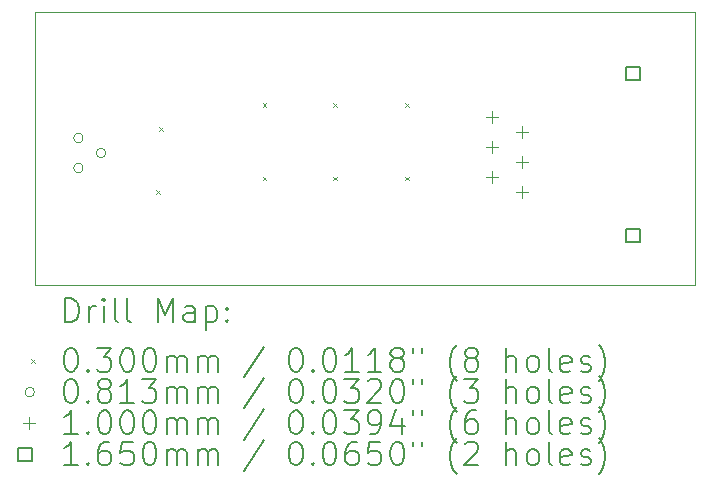
<source format=gbr>
%TF.GenerationSoftware,KiCad,Pcbnew,7.0.6*%
%TF.CreationDate,2023-12-02T16:46:12-07:00*%
%TF.ProjectId,Temperature Senor Board V2 (2),54656d70-6572-4617-9475-72652053656e,rev?*%
%TF.SameCoordinates,Original*%
%TF.FileFunction,Drillmap*%
%TF.FilePolarity,Positive*%
%FSLAX45Y45*%
G04 Gerber Fmt 4.5, Leading zero omitted, Abs format (unit mm)*
G04 Created by KiCad (PCBNEW 7.0.6) date 2023-12-02 16:46:12*
%MOMM*%
%LPD*%
G01*
G04 APERTURE LIST*
%ADD10C,0.050000*%
%ADD11C,0.200000*%
%ADD12C,0.030000*%
%ADD13C,0.081280*%
%ADD14C,0.100000*%
%ADD15C,0.165000*%
G04 APERTURE END LIST*
D10*
X11976100Y-7632700D02*
X17564100Y-7632700D01*
X17564100Y-9944100D01*
X11976100Y-9944100D01*
X11976100Y-7632700D01*
D11*
D12*
X13002500Y-9141700D02*
X13032500Y-9171700D01*
X13032500Y-9141700D02*
X13002500Y-9171700D01*
X13027900Y-8608300D02*
X13057900Y-8638300D01*
X13057900Y-8608300D02*
X13027900Y-8638300D01*
X13904200Y-8405100D02*
X13934200Y-8435100D01*
X13934200Y-8405100D02*
X13904200Y-8435100D01*
X13904200Y-9027400D02*
X13934200Y-9057400D01*
X13934200Y-9027400D02*
X13904200Y-9057400D01*
X14501100Y-8405100D02*
X14531100Y-8435100D01*
X14531100Y-8405100D02*
X14501100Y-8435100D01*
X14501100Y-9027400D02*
X14531100Y-9057400D01*
X14531100Y-9027400D02*
X14501100Y-9057400D01*
X15110700Y-8405100D02*
X15140700Y-8435100D01*
X15140700Y-8405100D02*
X15110700Y-8435100D01*
X15110700Y-9027400D02*
X15140700Y-9057400D01*
X15140700Y-9027400D02*
X15110700Y-9057400D01*
D13*
X12385038Y-8699503D02*
G75*
G03*
X12385038Y-8699503I-40640J0D01*
G01*
X12385038Y-8953503D02*
G75*
G03*
X12385038Y-8953503I-40640J0D01*
G01*
X12575538Y-8826503D02*
G75*
G03*
X12575538Y-8826503I-40640J0D01*
G01*
D14*
X15849600Y-8471200D02*
X15849600Y-8571200D01*
X15799600Y-8521200D02*
X15899600Y-8521200D01*
X15849600Y-8725200D02*
X15849600Y-8825200D01*
X15799600Y-8775200D02*
X15899600Y-8775200D01*
X15849600Y-8979200D02*
X15849600Y-9079200D01*
X15799600Y-9029200D02*
X15899600Y-9029200D01*
X16103600Y-8598200D02*
X16103600Y-8698200D01*
X16053600Y-8648200D02*
X16153600Y-8648200D01*
X16103600Y-8852200D02*
X16103600Y-8952200D01*
X16053600Y-8902200D02*
X16153600Y-8902200D01*
X16103600Y-9106200D02*
X16103600Y-9206200D01*
X16053600Y-9156200D02*
X16153600Y-9156200D01*
D15*
X17101937Y-8211537D02*
X17101937Y-8094863D01*
X16985263Y-8094863D01*
X16985263Y-8211537D01*
X17101937Y-8211537D01*
X17101937Y-9583537D02*
X17101937Y-9466863D01*
X16985263Y-9466863D01*
X16985263Y-9583537D01*
X17101937Y-9583537D01*
D11*
X12234377Y-10258084D02*
X12234377Y-10058084D01*
X12234377Y-10058084D02*
X12281996Y-10058084D01*
X12281996Y-10058084D02*
X12310567Y-10067608D01*
X12310567Y-10067608D02*
X12329615Y-10086655D01*
X12329615Y-10086655D02*
X12339139Y-10105703D01*
X12339139Y-10105703D02*
X12348662Y-10143798D01*
X12348662Y-10143798D02*
X12348662Y-10172370D01*
X12348662Y-10172370D02*
X12339139Y-10210465D01*
X12339139Y-10210465D02*
X12329615Y-10229512D01*
X12329615Y-10229512D02*
X12310567Y-10248560D01*
X12310567Y-10248560D02*
X12281996Y-10258084D01*
X12281996Y-10258084D02*
X12234377Y-10258084D01*
X12434377Y-10258084D02*
X12434377Y-10124750D01*
X12434377Y-10162846D02*
X12443901Y-10143798D01*
X12443901Y-10143798D02*
X12453424Y-10134274D01*
X12453424Y-10134274D02*
X12472472Y-10124750D01*
X12472472Y-10124750D02*
X12491520Y-10124750D01*
X12558186Y-10258084D02*
X12558186Y-10124750D01*
X12558186Y-10058084D02*
X12548662Y-10067608D01*
X12548662Y-10067608D02*
X12558186Y-10077131D01*
X12558186Y-10077131D02*
X12567710Y-10067608D01*
X12567710Y-10067608D02*
X12558186Y-10058084D01*
X12558186Y-10058084D02*
X12558186Y-10077131D01*
X12681996Y-10258084D02*
X12662948Y-10248560D01*
X12662948Y-10248560D02*
X12653424Y-10229512D01*
X12653424Y-10229512D02*
X12653424Y-10058084D01*
X12786758Y-10258084D02*
X12767710Y-10248560D01*
X12767710Y-10248560D02*
X12758186Y-10229512D01*
X12758186Y-10229512D02*
X12758186Y-10058084D01*
X13015329Y-10258084D02*
X13015329Y-10058084D01*
X13015329Y-10058084D02*
X13081996Y-10200941D01*
X13081996Y-10200941D02*
X13148662Y-10058084D01*
X13148662Y-10058084D02*
X13148662Y-10258084D01*
X13329615Y-10258084D02*
X13329615Y-10153322D01*
X13329615Y-10153322D02*
X13320091Y-10134274D01*
X13320091Y-10134274D02*
X13301043Y-10124750D01*
X13301043Y-10124750D02*
X13262948Y-10124750D01*
X13262948Y-10124750D02*
X13243901Y-10134274D01*
X13329615Y-10248560D02*
X13310567Y-10258084D01*
X13310567Y-10258084D02*
X13262948Y-10258084D01*
X13262948Y-10258084D02*
X13243901Y-10248560D01*
X13243901Y-10248560D02*
X13234377Y-10229512D01*
X13234377Y-10229512D02*
X13234377Y-10210465D01*
X13234377Y-10210465D02*
X13243901Y-10191417D01*
X13243901Y-10191417D02*
X13262948Y-10181893D01*
X13262948Y-10181893D02*
X13310567Y-10181893D01*
X13310567Y-10181893D02*
X13329615Y-10172370D01*
X13424853Y-10124750D02*
X13424853Y-10324750D01*
X13424853Y-10134274D02*
X13443901Y-10124750D01*
X13443901Y-10124750D02*
X13481996Y-10124750D01*
X13481996Y-10124750D02*
X13501043Y-10134274D01*
X13501043Y-10134274D02*
X13510567Y-10143798D01*
X13510567Y-10143798D02*
X13520091Y-10162846D01*
X13520091Y-10162846D02*
X13520091Y-10219989D01*
X13520091Y-10219989D02*
X13510567Y-10239036D01*
X13510567Y-10239036D02*
X13501043Y-10248560D01*
X13501043Y-10248560D02*
X13481996Y-10258084D01*
X13481996Y-10258084D02*
X13443901Y-10258084D01*
X13443901Y-10258084D02*
X13424853Y-10248560D01*
X13605805Y-10239036D02*
X13615329Y-10248560D01*
X13615329Y-10248560D02*
X13605805Y-10258084D01*
X13605805Y-10258084D02*
X13596282Y-10248560D01*
X13596282Y-10248560D02*
X13605805Y-10239036D01*
X13605805Y-10239036D02*
X13605805Y-10258084D01*
X13605805Y-10134274D02*
X13615329Y-10143798D01*
X13615329Y-10143798D02*
X13605805Y-10153322D01*
X13605805Y-10153322D02*
X13596282Y-10143798D01*
X13596282Y-10143798D02*
X13605805Y-10134274D01*
X13605805Y-10134274D02*
X13605805Y-10153322D01*
D12*
X11943600Y-10571600D02*
X11973600Y-10601600D01*
X11973600Y-10571600D02*
X11943600Y-10601600D01*
D11*
X12272472Y-10478084D02*
X12291520Y-10478084D01*
X12291520Y-10478084D02*
X12310567Y-10487608D01*
X12310567Y-10487608D02*
X12320091Y-10497131D01*
X12320091Y-10497131D02*
X12329615Y-10516179D01*
X12329615Y-10516179D02*
X12339139Y-10554274D01*
X12339139Y-10554274D02*
X12339139Y-10601893D01*
X12339139Y-10601893D02*
X12329615Y-10639989D01*
X12329615Y-10639989D02*
X12320091Y-10659036D01*
X12320091Y-10659036D02*
X12310567Y-10668560D01*
X12310567Y-10668560D02*
X12291520Y-10678084D01*
X12291520Y-10678084D02*
X12272472Y-10678084D01*
X12272472Y-10678084D02*
X12253424Y-10668560D01*
X12253424Y-10668560D02*
X12243901Y-10659036D01*
X12243901Y-10659036D02*
X12234377Y-10639989D01*
X12234377Y-10639989D02*
X12224853Y-10601893D01*
X12224853Y-10601893D02*
X12224853Y-10554274D01*
X12224853Y-10554274D02*
X12234377Y-10516179D01*
X12234377Y-10516179D02*
X12243901Y-10497131D01*
X12243901Y-10497131D02*
X12253424Y-10487608D01*
X12253424Y-10487608D02*
X12272472Y-10478084D01*
X12424853Y-10659036D02*
X12434377Y-10668560D01*
X12434377Y-10668560D02*
X12424853Y-10678084D01*
X12424853Y-10678084D02*
X12415329Y-10668560D01*
X12415329Y-10668560D02*
X12424853Y-10659036D01*
X12424853Y-10659036D02*
X12424853Y-10678084D01*
X12501043Y-10478084D02*
X12624853Y-10478084D01*
X12624853Y-10478084D02*
X12558186Y-10554274D01*
X12558186Y-10554274D02*
X12586758Y-10554274D01*
X12586758Y-10554274D02*
X12605805Y-10563798D01*
X12605805Y-10563798D02*
X12615329Y-10573322D01*
X12615329Y-10573322D02*
X12624853Y-10592370D01*
X12624853Y-10592370D02*
X12624853Y-10639989D01*
X12624853Y-10639989D02*
X12615329Y-10659036D01*
X12615329Y-10659036D02*
X12605805Y-10668560D01*
X12605805Y-10668560D02*
X12586758Y-10678084D01*
X12586758Y-10678084D02*
X12529615Y-10678084D01*
X12529615Y-10678084D02*
X12510567Y-10668560D01*
X12510567Y-10668560D02*
X12501043Y-10659036D01*
X12748662Y-10478084D02*
X12767710Y-10478084D01*
X12767710Y-10478084D02*
X12786758Y-10487608D01*
X12786758Y-10487608D02*
X12796282Y-10497131D01*
X12796282Y-10497131D02*
X12805805Y-10516179D01*
X12805805Y-10516179D02*
X12815329Y-10554274D01*
X12815329Y-10554274D02*
X12815329Y-10601893D01*
X12815329Y-10601893D02*
X12805805Y-10639989D01*
X12805805Y-10639989D02*
X12796282Y-10659036D01*
X12796282Y-10659036D02*
X12786758Y-10668560D01*
X12786758Y-10668560D02*
X12767710Y-10678084D01*
X12767710Y-10678084D02*
X12748662Y-10678084D01*
X12748662Y-10678084D02*
X12729615Y-10668560D01*
X12729615Y-10668560D02*
X12720091Y-10659036D01*
X12720091Y-10659036D02*
X12710567Y-10639989D01*
X12710567Y-10639989D02*
X12701043Y-10601893D01*
X12701043Y-10601893D02*
X12701043Y-10554274D01*
X12701043Y-10554274D02*
X12710567Y-10516179D01*
X12710567Y-10516179D02*
X12720091Y-10497131D01*
X12720091Y-10497131D02*
X12729615Y-10487608D01*
X12729615Y-10487608D02*
X12748662Y-10478084D01*
X12939139Y-10478084D02*
X12958186Y-10478084D01*
X12958186Y-10478084D02*
X12977234Y-10487608D01*
X12977234Y-10487608D02*
X12986758Y-10497131D01*
X12986758Y-10497131D02*
X12996282Y-10516179D01*
X12996282Y-10516179D02*
X13005805Y-10554274D01*
X13005805Y-10554274D02*
X13005805Y-10601893D01*
X13005805Y-10601893D02*
X12996282Y-10639989D01*
X12996282Y-10639989D02*
X12986758Y-10659036D01*
X12986758Y-10659036D02*
X12977234Y-10668560D01*
X12977234Y-10668560D02*
X12958186Y-10678084D01*
X12958186Y-10678084D02*
X12939139Y-10678084D01*
X12939139Y-10678084D02*
X12920091Y-10668560D01*
X12920091Y-10668560D02*
X12910567Y-10659036D01*
X12910567Y-10659036D02*
X12901043Y-10639989D01*
X12901043Y-10639989D02*
X12891520Y-10601893D01*
X12891520Y-10601893D02*
X12891520Y-10554274D01*
X12891520Y-10554274D02*
X12901043Y-10516179D01*
X12901043Y-10516179D02*
X12910567Y-10497131D01*
X12910567Y-10497131D02*
X12920091Y-10487608D01*
X12920091Y-10487608D02*
X12939139Y-10478084D01*
X13091520Y-10678084D02*
X13091520Y-10544750D01*
X13091520Y-10563798D02*
X13101043Y-10554274D01*
X13101043Y-10554274D02*
X13120091Y-10544750D01*
X13120091Y-10544750D02*
X13148663Y-10544750D01*
X13148663Y-10544750D02*
X13167710Y-10554274D01*
X13167710Y-10554274D02*
X13177234Y-10573322D01*
X13177234Y-10573322D02*
X13177234Y-10678084D01*
X13177234Y-10573322D02*
X13186758Y-10554274D01*
X13186758Y-10554274D02*
X13205805Y-10544750D01*
X13205805Y-10544750D02*
X13234377Y-10544750D01*
X13234377Y-10544750D02*
X13253424Y-10554274D01*
X13253424Y-10554274D02*
X13262948Y-10573322D01*
X13262948Y-10573322D02*
X13262948Y-10678084D01*
X13358186Y-10678084D02*
X13358186Y-10544750D01*
X13358186Y-10563798D02*
X13367710Y-10554274D01*
X13367710Y-10554274D02*
X13386758Y-10544750D01*
X13386758Y-10544750D02*
X13415329Y-10544750D01*
X13415329Y-10544750D02*
X13434377Y-10554274D01*
X13434377Y-10554274D02*
X13443901Y-10573322D01*
X13443901Y-10573322D02*
X13443901Y-10678084D01*
X13443901Y-10573322D02*
X13453424Y-10554274D01*
X13453424Y-10554274D02*
X13472472Y-10544750D01*
X13472472Y-10544750D02*
X13501043Y-10544750D01*
X13501043Y-10544750D02*
X13520091Y-10554274D01*
X13520091Y-10554274D02*
X13529615Y-10573322D01*
X13529615Y-10573322D02*
X13529615Y-10678084D01*
X13920091Y-10468560D02*
X13748663Y-10725703D01*
X14177234Y-10478084D02*
X14196282Y-10478084D01*
X14196282Y-10478084D02*
X14215329Y-10487608D01*
X14215329Y-10487608D02*
X14224853Y-10497131D01*
X14224853Y-10497131D02*
X14234377Y-10516179D01*
X14234377Y-10516179D02*
X14243901Y-10554274D01*
X14243901Y-10554274D02*
X14243901Y-10601893D01*
X14243901Y-10601893D02*
X14234377Y-10639989D01*
X14234377Y-10639989D02*
X14224853Y-10659036D01*
X14224853Y-10659036D02*
X14215329Y-10668560D01*
X14215329Y-10668560D02*
X14196282Y-10678084D01*
X14196282Y-10678084D02*
X14177234Y-10678084D01*
X14177234Y-10678084D02*
X14158186Y-10668560D01*
X14158186Y-10668560D02*
X14148663Y-10659036D01*
X14148663Y-10659036D02*
X14139139Y-10639989D01*
X14139139Y-10639989D02*
X14129615Y-10601893D01*
X14129615Y-10601893D02*
X14129615Y-10554274D01*
X14129615Y-10554274D02*
X14139139Y-10516179D01*
X14139139Y-10516179D02*
X14148663Y-10497131D01*
X14148663Y-10497131D02*
X14158186Y-10487608D01*
X14158186Y-10487608D02*
X14177234Y-10478084D01*
X14329615Y-10659036D02*
X14339139Y-10668560D01*
X14339139Y-10668560D02*
X14329615Y-10678084D01*
X14329615Y-10678084D02*
X14320091Y-10668560D01*
X14320091Y-10668560D02*
X14329615Y-10659036D01*
X14329615Y-10659036D02*
X14329615Y-10678084D01*
X14462948Y-10478084D02*
X14481996Y-10478084D01*
X14481996Y-10478084D02*
X14501044Y-10487608D01*
X14501044Y-10487608D02*
X14510567Y-10497131D01*
X14510567Y-10497131D02*
X14520091Y-10516179D01*
X14520091Y-10516179D02*
X14529615Y-10554274D01*
X14529615Y-10554274D02*
X14529615Y-10601893D01*
X14529615Y-10601893D02*
X14520091Y-10639989D01*
X14520091Y-10639989D02*
X14510567Y-10659036D01*
X14510567Y-10659036D02*
X14501044Y-10668560D01*
X14501044Y-10668560D02*
X14481996Y-10678084D01*
X14481996Y-10678084D02*
X14462948Y-10678084D01*
X14462948Y-10678084D02*
X14443901Y-10668560D01*
X14443901Y-10668560D02*
X14434377Y-10659036D01*
X14434377Y-10659036D02*
X14424853Y-10639989D01*
X14424853Y-10639989D02*
X14415329Y-10601893D01*
X14415329Y-10601893D02*
X14415329Y-10554274D01*
X14415329Y-10554274D02*
X14424853Y-10516179D01*
X14424853Y-10516179D02*
X14434377Y-10497131D01*
X14434377Y-10497131D02*
X14443901Y-10487608D01*
X14443901Y-10487608D02*
X14462948Y-10478084D01*
X14720091Y-10678084D02*
X14605806Y-10678084D01*
X14662948Y-10678084D02*
X14662948Y-10478084D01*
X14662948Y-10478084D02*
X14643901Y-10506655D01*
X14643901Y-10506655D02*
X14624853Y-10525703D01*
X14624853Y-10525703D02*
X14605806Y-10535227D01*
X14910567Y-10678084D02*
X14796282Y-10678084D01*
X14853425Y-10678084D02*
X14853425Y-10478084D01*
X14853425Y-10478084D02*
X14834377Y-10506655D01*
X14834377Y-10506655D02*
X14815329Y-10525703D01*
X14815329Y-10525703D02*
X14796282Y-10535227D01*
X15024853Y-10563798D02*
X15005806Y-10554274D01*
X15005806Y-10554274D02*
X14996282Y-10544750D01*
X14996282Y-10544750D02*
X14986758Y-10525703D01*
X14986758Y-10525703D02*
X14986758Y-10516179D01*
X14986758Y-10516179D02*
X14996282Y-10497131D01*
X14996282Y-10497131D02*
X15005806Y-10487608D01*
X15005806Y-10487608D02*
X15024853Y-10478084D01*
X15024853Y-10478084D02*
X15062948Y-10478084D01*
X15062948Y-10478084D02*
X15081996Y-10487608D01*
X15081996Y-10487608D02*
X15091520Y-10497131D01*
X15091520Y-10497131D02*
X15101044Y-10516179D01*
X15101044Y-10516179D02*
X15101044Y-10525703D01*
X15101044Y-10525703D02*
X15091520Y-10544750D01*
X15091520Y-10544750D02*
X15081996Y-10554274D01*
X15081996Y-10554274D02*
X15062948Y-10563798D01*
X15062948Y-10563798D02*
X15024853Y-10563798D01*
X15024853Y-10563798D02*
X15005806Y-10573322D01*
X15005806Y-10573322D02*
X14996282Y-10582846D01*
X14996282Y-10582846D02*
X14986758Y-10601893D01*
X14986758Y-10601893D02*
X14986758Y-10639989D01*
X14986758Y-10639989D02*
X14996282Y-10659036D01*
X14996282Y-10659036D02*
X15005806Y-10668560D01*
X15005806Y-10668560D02*
X15024853Y-10678084D01*
X15024853Y-10678084D02*
X15062948Y-10678084D01*
X15062948Y-10678084D02*
X15081996Y-10668560D01*
X15081996Y-10668560D02*
X15091520Y-10659036D01*
X15091520Y-10659036D02*
X15101044Y-10639989D01*
X15101044Y-10639989D02*
X15101044Y-10601893D01*
X15101044Y-10601893D02*
X15091520Y-10582846D01*
X15091520Y-10582846D02*
X15081996Y-10573322D01*
X15081996Y-10573322D02*
X15062948Y-10563798D01*
X15177234Y-10478084D02*
X15177234Y-10516179D01*
X15253425Y-10478084D02*
X15253425Y-10516179D01*
X15548663Y-10754274D02*
X15539139Y-10744750D01*
X15539139Y-10744750D02*
X15520091Y-10716179D01*
X15520091Y-10716179D02*
X15510568Y-10697131D01*
X15510568Y-10697131D02*
X15501044Y-10668560D01*
X15501044Y-10668560D02*
X15491520Y-10620941D01*
X15491520Y-10620941D02*
X15491520Y-10582846D01*
X15491520Y-10582846D02*
X15501044Y-10535227D01*
X15501044Y-10535227D02*
X15510568Y-10506655D01*
X15510568Y-10506655D02*
X15520091Y-10487608D01*
X15520091Y-10487608D02*
X15539139Y-10459036D01*
X15539139Y-10459036D02*
X15548663Y-10449512D01*
X15653425Y-10563798D02*
X15634377Y-10554274D01*
X15634377Y-10554274D02*
X15624853Y-10544750D01*
X15624853Y-10544750D02*
X15615329Y-10525703D01*
X15615329Y-10525703D02*
X15615329Y-10516179D01*
X15615329Y-10516179D02*
X15624853Y-10497131D01*
X15624853Y-10497131D02*
X15634377Y-10487608D01*
X15634377Y-10487608D02*
X15653425Y-10478084D01*
X15653425Y-10478084D02*
X15691520Y-10478084D01*
X15691520Y-10478084D02*
X15710568Y-10487608D01*
X15710568Y-10487608D02*
X15720091Y-10497131D01*
X15720091Y-10497131D02*
X15729615Y-10516179D01*
X15729615Y-10516179D02*
X15729615Y-10525703D01*
X15729615Y-10525703D02*
X15720091Y-10544750D01*
X15720091Y-10544750D02*
X15710568Y-10554274D01*
X15710568Y-10554274D02*
X15691520Y-10563798D01*
X15691520Y-10563798D02*
X15653425Y-10563798D01*
X15653425Y-10563798D02*
X15634377Y-10573322D01*
X15634377Y-10573322D02*
X15624853Y-10582846D01*
X15624853Y-10582846D02*
X15615329Y-10601893D01*
X15615329Y-10601893D02*
X15615329Y-10639989D01*
X15615329Y-10639989D02*
X15624853Y-10659036D01*
X15624853Y-10659036D02*
X15634377Y-10668560D01*
X15634377Y-10668560D02*
X15653425Y-10678084D01*
X15653425Y-10678084D02*
X15691520Y-10678084D01*
X15691520Y-10678084D02*
X15710568Y-10668560D01*
X15710568Y-10668560D02*
X15720091Y-10659036D01*
X15720091Y-10659036D02*
X15729615Y-10639989D01*
X15729615Y-10639989D02*
X15729615Y-10601893D01*
X15729615Y-10601893D02*
X15720091Y-10582846D01*
X15720091Y-10582846D02*
X15710568Y-10573322D01*
X15710568Y-10573322D02*
X15691520Y-10563798D01*
X15967710Y-10678084D02*
X15967710Y-10478084D01*
X16053425Y-10678084D02*
X16053425Y-10573322D01*
X16053425Y-10573322D02*
X16043901Y-10554274D01*
X16043901Y-10554274D02*
X16024853Y-10544750D01*
X16024853Y-10544750D02*
X15996282Y-10544750D01*
X15996282Y-10544750D02*
X15977234Y-10554274D01*
X15977234Y-10554274D02*
X15967710Y-10563798D01*
X16177234Y-10678084D02*
X16158187Y-10668560D01*
X16158187Y-10668560D02*
X16148663Y-10659036D01*
X16148663Y-10659036D02*
X16139139Y-10639989D01*
X16139139Y-10639989D02*
X16139139Y-10582846D01*
X16139139Y-10582846D02*
X16148663Y-10563798D01*
X16148663Y-10563798D02*
X16158187Y-10554274D01*
X16158187Y-10554274D02*
X16177234Y-10544750D01*
X16177234Y-10544750D02*
X16205806Y-10544750D01*
X16205806Y-10544750D02*
X16224853Y-10554274D01*
X16224853Y-10554274D02*
X16234377Y-10563798D01*
X16234377Y-10563798D02*
X16243901Y-10582846D01*
X16243901Y-10582846D02*
X16243901Y-10639989D01*
X16243901Y-10639989D02*
X16234377Y-10659036D01*
X16234377Y-10659036D02*
X16224853Y-10668560D01*
X16224853Y-10668560D02*
X16205806Y-10678084D01*
X16205806Y-10678084D02*
X16177234Y-10678084D01*
X16358187Y-10678084D02*
X16339139Y-10668560D01*
X16339139Y-10668560D02*
X16329615Y-10649512D01*
X16329615Y-10649512D02*
X16329615Y-10478084D01*
X16510568Y-10668560D02*
X16491520Y-10678084D01*
X16491520Y-10678084D02*
X16453425Y-10678084D01*
X16453425Y-10678084D02*
X16434377Y-10668560D01*
X16434377Y-10668560D02*
X16424853Y-10649512D01*
X16424853Y-10649512D02*
X16424853Y-10573322D01*
X16424853Y-10573322D02*
X16434377Y-10554274D01*
X16434377Y-10554274D02*
X16453425Y-10544750D01*
X16453425Y-10544750D02*
X16491520Y-10544750D01*
X16491520Y-10544750D02*
X16510568Y-10554274D01*
X16510568Y-10554274D02*
X16520091Y-10573322D01*
X16520091Y-10573322D02*
X16520091Y-10592370D01*
X16520091Y-10592370D02*
X16424853Y-10611417D01*
X16596282Y-10668560D02*
X16615330Y-10678084D01*
X16615330Y-10678084D02*
X16653425Y-10678084D01*
X16653425Y-10678084D02*
X16672472Y-10668560D01*
X16672472Y-10668560D02*
X16681996Y-10649512D01*
X16681996Y-10649512D02*
X16681996Y-10639989D01*
X16681996Y-10639989D02*
X16672472Y-10620941D01*
X16672472Y-10620941D02*
X16653425Y-10611417D01*
X16653425Y-10611417D02*
X16624853Y-10611417D01*
X16624853Y-10611417D02*
X16605806Y-10601893D01*
X16605806Y-10601893D02*
X16596282Y-10582846D01*
X16596282Y-10582846D02*
X16596282Y-10573322D01*
X16596282Y-10573322D02*
X16605806Y-10554274D01*
X16605806Y-10554274D02*
X16624853Y-10544750D01*
X16624853Y-10544750D02*
X16653425Y-10544750D01*
X16653425Y-10544750D02*
X16672472Y-10554274D01*
X16748663Y-10754274D02*
X16758187Y-10744750D01*
X16758187Y-10744750D02*
X16777234Y-10716179D01*
X16777234Y-10716179D02*
X16786758Y-10697131D01*
X16786758Y-10697131D02*
X16796282Y-10668560D01*
X16796282Y-10668560D02*
X16805806Y-10620941D01*
X16805806Y-10620941D02*
X16805806Y-10582846D01*
X16805806Y-10582846D02*
X16796282Y-10535227D01*
X16796282Y-10535227D02*
X16786758Y-10506655D01*
X16786758Y-10506655D02*
X16777234Y-10487608D01*
X16777234Y-10487608D02*
X16758187Y-10459036D01*
X16758187Y-10459036D02*
X16748663Y-10449512D01*
D13*
X11973600Y-10850600D02*
G75*
G03*
X11973600Y-10850600I-40640J0D01*
G01*
D11*
X12272472Y-10742084D02*
X12291520Y-10742084D01*
X12291520Y-10742084D02*
X12310567Y-10751608D01*
X12310567Y-10751608D02*
X12320091Y-10761131D01*
X12320091Y-10761131D02*
X12329615Y-10780179D01*
X12329615Y-10780179D02*
X12339139Y-10818274D01*
X12339139Y-10818274D02*
X12339139Y-10865893D01*
X12339139Y-10865893D02*
X12329615Y-10903989D01*
X12329615Y-10903989D02*
X12320091Y-10923036D01*
X12320091Y-10923036D02*
X12310567Y-10932560D01*
X12310567Y-10932560D02*
X12291520Y-10942084D01*
X12291520Y-10942084D02*
X12272472Y-10942084D01*
X12272472Y-10942084D02*
X12253424Y-10932560D01*
X12253424Y-10932560D02*
X12243901Y-10923036D01*
X12243901Y-10923036D02*
X12234377Y-10903989D01*
X12234377Y-10903989D02*
X12224853Y-10865893D01*
X12224853Y-10865893D02*
X12224853Y-10818274D01*
X12224853Y-10818274D02*
X12234377Y-10780179D01*
X12234377Y-10780179D02*
X12243901Y-10761131D01*
X12243901Y-10761131D02*
X12253424Y-10751608D01*
X12253424Y-10751608D02*
X12272472Y-10742084D01*
X12424853Y-10923036D02*
X12434377Y-10932560D01*
X12434377Y-10932560D02*
X12424853Y-10942084D01*
X12424853Y-10942084D02*
X12415329Y-10932560D01*
X12415329Y-10932560D02*
X12424853Y-10923036D01*
X12424853Y-10923036D02*
X12424853Y-10942084D01*
X12548662Y-10827798D02*
X12529615Y-10818274D01*
X12529615Y-10818274D02*
X12520091Y-10808750D01*
X12520091Y-10808750D02*
X12510567Y-10789703D01*
X12510567Y-10789703D02*
X12510567Y-10780179D01*
X12510567Y-10780179D02*
X12520091Y-10761131D01*
X12520091Y-10761131D02*
X12529615Y-10751608D01*
X12529615Y-10751608D02*
X12548662Y-10742084D01*
X12548662Y-10742084D02*
X12586758Y-10742084D01*
X12586758Y-10742084D02*
X12605805Y-10751608D01*
X12605805Y-10751608D02*
X12615329Y-10761131D01*
X12615329Y-10761131D02*
X12624853Y-10780179D01*
X12624853Y-10780179D02*
X12624853Y-10789703D01*
X12624853Y-10789703D02*
X12615329Y-10808750D01*
X12615329Y-10808750D02*
X12605805Y-10818274D01*
X12605805Y-10818274D02*
X12586758Y-10827798D01*
X12586758Y-10827798D02*
X12548662Y-10827798D01*
X12548662Y-10827798D02*
X12529615Y-10837322D01*
X12529615Y-10837322D02*
X12520091Y-10846846D01*
X12520091Y-10846846D02*
X12510567Y-10865893D01*
X12510567Y-10865893D02*
X12510567Y-10903989D01*
X12510567Y-10903989D02*
X12520091Y-10923036D01*
X12520091Y-10923036D02*
X12529615Y-10932560D01*
X12529615Y-10932560D02*
X12548662Y-10942084D01*
X12548662Y-10942084D02*
X12586758Y-10942084D01*
X12586758Y-10942084D02*
X12605805Y-10932560D01*
X12605805Y-10932560D02*
X12615329Y-10923036D01*
X12615329Y-10923036D02*
X12624853Y-10903989D01*
X12624853Y-10903989D02*
X12624853Y-10865893D01*
X12624853Y-10865893D02*
X12615329Y-10846846D01*
X12615329Y-10846846D02*
X12605805Y-10837322D01*
X12605805Y-10837322D02*
X12586758Y-10827798D01*
X12815329Y-10942084D02*
X12701043Y-10942084D01*
X12758186Y-10942084D02*
X12758186Y-10742084D01*
X12758186Y-10742084D02*
X12739139Y-10770655D01*
X12739139Y-10770655D02*
X12720091Y-10789703D01*
X12720091Y-10789703D02*
X12701043Y-10799227D01*
X12881996Y-10742084D02*
X13005805Y-10742084D01*
X13005805Y-10742084D02*
X12939139Y-10818274D01*
X12939139Y-10818274D02*
X12967710Y-10818274D01*
X12967710Y-10818274D02*
X12986758Y-10827798D01*
X12986758Y-10827798D02*
X12996282Y-10837322D01*
X12996282Y-10837322D02*
X13005805Y-10856370D01*
X13005805Y-10856370D02*
X13005805Y-10903989D01*
X13005805Y-10903989D02*
X12996282Y-10923036D01*
X12996282Y-10923036D02*
X12986758Y-10932560D01*
X12986758Y-10932560D02*
X12967710Y-10942084D01*
X12967710Y-10942084D02*
X12910567Y-10942084D01*
X12910567Y-10942084D02*
X12891520Y-10932560D01*
X12891520Y-10932560D02*
X12881996Y-10923036D01*
X13091520Y-10942084D02*
X13091520Y-10808750D01*
X13091520Y-10827798D02*
X13101043Y-10818274D01*
X13101043Y-10818274D02*
X13120091Y-10808750D01*
X13120091Y-10808750D02*
X13148663Y-10808750D01*
X13148663Y-10808750D02*
X13167710Y-10818274D01*
X13167710Y-10818274D02*
X13177234Y-10837322D01*
X13177234Y-10837322D02*
X13177234Y-10942084D01*
X13177234Y-10837322D02*
X13186758Y-10818274D01*
X13186758Y-10818274D02*
X13205805Y-10808750D01*
X13205805Y-10808750D02*
X13234377Y-10808750D01*
X13234377Y-10808750D02*
X13253424Y-10818274D01*
X13253424Y-10818274D02*
X13262948Y-10837322D01*
X13262948Y-10837322D02*
X13262948Y-10942084D01*
X13358186Y-10942084D02*
X13358186Y-10808750D01*
X13358186Y-10827798D02*
X13367710Y-10818274D01*
X13367710Y-10818274D02*
X13386758Y-10808750D01*
X13386758Y-10808750D02*
X13415329Y-10808750D01*
X13415329Y-10808750D02*
X13434377Y-10818274D01*
X13434377Y-10818274D02*
X13443901Y-10837322D01*
X13443901Y-10837322D02*
X13443901Y-10942084D01*
X13443901Y-10837322D02*
X13453424Y-10818274D01*
X13453424Y-10818274D02*
X13472472Y-10808750D01*
X13472472Y-10808750D02*
X13501043Y-10808750D01*
X13501043Y-10808750D02*
X13520091Y-10818274D01*
X13520091Y-10818274D02*
X13529615Y-10837322D01*
X13529615Y-10837322D02*
X13529615Y-10942084D01*
X13920091Y-10732560D02*
X13748663Y-10989703D01*
X14177234Y-10742084D02*
X14196282Y-10742084D01*
X14196282Y-10742084D02*
X14215329Y-10751608D01*
X14215329Y-10751608D02*
X14224853Y-10761131D01*
X14224853Y-10761131D02*
X14234377Y-10780179D01*
X14234377Y-10780179D02*
X14243901Y-10818274D01*
X14243901Y-10818274D02*
X14243901Y-10865893D01*
X14243901Y-10865893D02*
X14234377Y-10903989D01*
X14234377Y-10903989D02*
X14224853Y-10923036D01*
X14224853Y-10923036D02*
X14215329Y-10932560D01*
X14215329Y-10932560D02*
X14196282Y-10942084D01*
X14196282Y-10942084D02*
X14177234Y-10942084D01*
X14177234Y-10942084D02*
X14158186Y-10932560D01*
X14158186Y-10932560D02*
X14148663Y-10923036D01*
X14148663Y-10923036D02*
X14139139Y-10903989D01*
X14139139Y-10903989D02*
X14129615Y-10865893D01*
X14129615Y-10865893D02*
X14129615Y-10818274D01*
X14129615Y-10818274D02*
X14139139Y-10780179D01*
X14139139Y-10780179D02*
X14148663Y-10761131D01*
X14148663Y-10761131D02*
X14158186Y-10751608D01*
X14158186Y-10751608D02*
X14177234Y-10742084D01*
X14329615Y-10923036D02*
X14339139Y-10932560D01*
X14339139Y-10932560D02*
X14329615Y-10942084D01*
X14329615Y-10942084D02*
X14320091Y-10932560D01*
X14320091Y-10932560D02*
X14329615Y-10923036D01*
X14329615Y-10923036D02*
X14329615Y-10942084D01*
X14462948Y-10742084D02*
X14481996Y-10742084D01*
X14481996Y-10742084D02*
X14501044Y-10751608D01*
X14501044Y-10751608D02*
X14510567Y-10761131D01*
X14510567Y-10761131D02*
X14520091Y-10780179D01*
X14520091Y-10780179D02*
X14529615Y-10818274D01*
X14529615Y-10818274D02*
X14529615Y-10865893D01*
X14529615Y-10865893D02*
X14520091Y-10903989D01*
X14520091Y-10903989D02*
X14510567Y-10923036D01*
X14510567Y-10923036D02*
X14501044Y-10932560D01*
X14501044Y-10932560D02*
X14481996Y-10942084D01*
X14481996Y-10942084D02*
X14462948Y-10942084D01*
X14462948Y-10942084D02*
X14443901Y-10932560D01*
X14443901Y-10932560D02*
X14434377Y-10923036D01*
X14434377Y-10923036D02*
X14424853Y-10903989D01*
X14424853Y-10903989D02*
X14415329Y-10865893D01*
X14415329Y-10865893D02*
X14415329Y-10818274D01*
X14415329Y-10818274D02*
X14424853Y-10780179D01*
X14424853Y-10780179D02*
X14434377Y-10761131D01*
X14434377Y-10761131D02*
X14443901Y-10751608D01*
X14443901Y-10751608D02*
X14462948Y-10742084D01*
X14596282Y-10742084D02*
X14720091Y-10742084D01*
X14720091Y-10742084D02*
X14653425Y-10818274D01*
X14653425Y-10818274D02*
X14681996Y-10818274D01*
X14681996Y-10818274D02*
X14701044Y-10827798D01*
X14701044Y-10827798D02*
X14710567Y-10837322D01*
X14710567Y-10837322D02*
X14720091Y-10856370D01*
X14720091Y-10856370D02*
X14720091Y-10903989D01*
X14720091Y-10903989D02*
X14710567Y-10923036D01*
X14710567Y-10923036D02*
X14701044Y-10932560D01*
X14701044Y-10932560D02*
X14681996Y-10942084D01*
X14681996Y-10942084D02*
X14624853Y-10942084D01*
X14624853Y-10942084D02*
X14605806Y-10932560D01*
X14605806Y-10932560D02*
X14596282Y-10923036D01*
X14796282Y-10761131D02*
X14805806Y-10751608D01*
X14805806Y-10751608D02*
X14824853Y-10742084D01*
X14824853Y-10742084D02*
X14872472Y-10742084D01*
X14872472Y-10742084D02*
X14891520Y-10751608D01*
X14891520Y-10751608D02*
X14901044Y-10761131D01*
X14901044Y-10761131D02*
X14910567Y-10780179D01*
X14910567Y-10780179D02*
X14910567Y-10799227D01*
X14910567Y-10799227D02*
X14901044Y-10827798D01*
X14901044Y-10827798D02*
X14786758Y-10942084D01*
X14786758Y-10942084D02*
X14910567Y-10942084D01*
X15034377Y-10742084D02*
X15053425Y-10742084D01*
X15053425Y-10742084D02*
X15072472Y-10751608D01*
X15072472Y-10751608D02*
X15081996Y-10761131D01*
X15081996Y-10761131D02*
X15091520Y-10780179D01*
X15091520Y-10780179D02*
X15101044Y-10818274D01*
X15101044Y-10818274D02*
X15101044Y-10865893D01*
X15101044Y-10865893D02*
X15091520Y-10903989D01*
X15091520Y-10903989D02*
X15081996Y-10923036D01*
X15081996Y-10923036D02*
X15072472Y-10932560D01*
X15072472Y-10932560D02*
X15053425Y-10942084D01*
X15053425Y-10942084D02*
X15034377Y-10942084D01*
X15034377Y-10942084D02*
X15015329Y-10932560D01*
X15015329Y-10932560D02*
X15005806Y-10923036D01*
X15005806Y-10923036D02*
X14996282Y-10903989D01*
X14996282Y-10903989D02*
X14986758Y-10865893D01*
X14986758Y-10865893D02*
X14986758Y-10818274D01*
X14986758Y-10818274D02*
X14996282Y-10780179D01*
X14996282Y-10780179D02*
X15005806Y-10761131D01*
X15005806Y-10761131D02*
X15015329Y-10751608D01*
X15015329Y-10751608D02*
X15034377Y-10742084D01*
X15177234Y-10742084D02*
X15177234Y-10780179D01*
X15253425Y-10742084D02*
X15253425Y-10780179D01*
X15548663Y-11018274D02*
X15539139Y-11008750D01*
X15539139Y-11008750D02*
X15520091Y-10980179D01*
X15520091Y-10980179D02*
X15510568Y-10961131D01*
X15510568Y-10961131D02*
X15501044Y-10932560D01*
X15501044Y-10932560D02*
X15491520Y-10884941D01*
X15491520Y-10884941D02*
X15491520Y-10846846D01*
X15491520Y-10846846D02*
X15501044Y-10799227D01*
X15501044Y-10799227D02*
X15510568Y-10770655D01*
X15510568Y-10770655D02*
X15520091Y-10751608D01*
X15520091Y-10751608D02*
X15539139Y-10723036D01*
X15539139Y-10723036D02*
X15548663Y-10713512D01*
X15605806Y-10742084D02*
X15729615Y-10742084D01*
X15729615Y-10742084D02*
X15662948Y-10818274D01*
X15662948Y-10818274D02*
X15691520Y-10818274D01*
X15691520Y-10818274D02*
X15710568Y-10827798D01*
X15710568Y-10827798D02*
X15720091Y-10837322D01*
X15720091Y-10837322D02*
X15729615Y-10856370D01*
X15729615Y-10856370D02*
X15729615Y-10903989D01*
X15729615Y-10903989D02*
X15720091Y-10923036D01*
X15720091Y-10923036D02*
X15710568Y-10932560D01*
X15710568Y-10932560D02*
X15691520Y-10942084D01*
X15691520Y-10942084D02*
X15634377Y-10942084D01*
X15634377Y-10942084D02*
X15615329Y-10932560D01*
X15615329Y-10932560D02*
X15605806Y-10923036D01*
X15967710Y-10942084D02*
X15967710Y-10742084D01*
X16053425Y-10942084D02*
X16053425Y-10837322D01*
X16053425Y-10837322D02*
X16043901Y-10818274D01*
X16043901Y-10818274D02*
X16024853Y-10808750D01*
X16024853Y-10808750D02*
X15996282Y-10808750D01*
X15996282Y-10808750D02*
X15977234Y-10818274D01*
X15977234Y-10818274D02*
X15967710Y-10827798D01*
X16177234Y-10942084D02*
X16158187Y-10932560D01*
X16158187Y-10932560D02*
X16148663Y-10923036D01*
X16148663Y-10923036D02*
X16139139Y-10903989D01*
X16139139Y-10903989D02*
X16139139Y-10846846D01*
X16139139Y-10846846D02*
X16148663Y-10827798D01*
X16148663Y-10827798D02*
X16158187Y-10818274D01*
X16158187Y-10818274D02*
X16177234Y-10808750D01*
X16177234Y-10808750D02*
X16205806Y-10808750D01*
X16205806Y-10808750D02*
X16224853Y-10818274D01*
X16224853Y-10818274D02*
X16234377Y-10827798D01*
X16234377Y-10827798D02*
X16243901Y-10846846D01*
X16243901Y-10846846D02*
X16243901Y-10903989D01*
X16243901Y-10903989D02*
X16234377Y-10923036D01*
X16234377Y-10923036D02*
X16224853Y-10932560D01*
X16224853Y-10932560D02*
X16205806Y-10942084D01*
X16205806Y-10942084D02*
X16177234Y-10942084D01*
X16358187Y-10942084D02*
X16339139Y-10932560D01*
X16339139Y-10932560D02*
X16329615Y-10913512D01*
X16329615Y-10913512D02*
X16329615Y-10742084D01*
X16510568Y-10932560D02*
X16491520Y-10942084D01*
X16491520Y-10942084D02*
X16453425Y-10942084D01*
X16453425Y-10942084D02*
X16434377Y-10932560D01*
X16434377Y-10932560D02*
X16424853Y-10913512D01*
X16424853Y-10913512D02*
X16424853Y-10837322D01*
X16424853Y-10837322D02*
X16434377Y-10818274D01*
X16434377Y-10818274D02*
X16453425Y-10808750D01*
X16453425Y-10808750D02*
X16491520Y-10808750D01*
X16491520Y-10808750D02*
X16510568Y-10818274D01*
X16510568Y-10818274D02*
X16520091Y-10837322D01*
X16520091Y-10837322D02*
X16520091Y-10856370D01*
X16520091Y-10856370D02*
X16424853Y-10875417D01*
X16596282Y-10932560D02*
X16615330Y-10942084D01*
X16615330Y-10942084D02*
X16653425Y-10942084D01*
X16653425Y-10942084D02*
X16672472Y-10932560D01*
X16672472Y-10932560D02*
X16681996Y-10913512D01*
X16681996Y-10913512D02*
X16681996Y-10903989D01*
X16681996Y-10903989D02*
X16672472Y-10884941D01*
X16672472Y-10884941D02*
X16653425Y-10875417D01*
X16653425Y-10875417D02*
X16624853Y-10875417D01*
X16624853Y-10875417D02*
X16605806Y-10865893D01*
X16605806Y-10865893D02*
X16596282Y-10846846D01*
X16596282Y-10846846D02*
X16596282Y-10837322D01*
X16596282Y-10837322D02*
X16605806Y-10818274D01*
X16605806Y-10818274D02*
X16624853Y-10808750D01*
X16624853Y-10808750D02*
X16653425Y-10808750D01*
X16653425Y-10808750D02*
X16672472Y-10818274D01*
X16748663Y-11018274D02*
X16758187Y-11008750D01*
X16758187Y-11008750D02*
X16777234Y-10980179D01*
X16777234Y-10980179D02*
X16786758Y-10961131D01*
X16786758Y-10961131D02*
X16796282Y-10932560D01*
X16796282Y-10932560D02*
X16805806Y-10884941D01*
X16805806Y-10884941D02*
X16805806Y-10846846D01*
X16805806Y-10846846D02*
X16796282Y-10799227D01*
X16796282Y-10799227D02*
X16786758Y-10770655D01*
X16786758Y-10770655D02*
X16777234Y-10751608D01*
X16777234Y-10751608D02*
X16758187Y-10723036D01*
X16758187Y-10723036D02*
X16748663Y-10713512D01*
D14*
X11923600Y-11064600D02*
X11923600Y-11164600D01*
X11873600Y-11114600D02*
X11973600Y-11114600D01*
D11*
X12339139Y-11206084D02*
X12224853Y-11206084D01*
X12281996Y-11206084D02*
X12281996Y-11006084D01*
X12281996Y-11006084D02*
X12262948Y-11034655D01*
X12262948Y-11034655D02*
X12243901Y-11053703D01*
X12243901Y-11053703D02*
X12224853Y-11063227D01*
X12424853Y-11187036D02*
X12434377Y-11196560D01*
X12434377Y-11196560D02*
X12424853Y-11206084D01*
X12424853Y-11206084D02*
X12415329Y-11196560D01*
X12415329Y-11196560D02*
X12424853Y-11187036D01*
X12424853Y-11187036D02*
X12424853Y-11206084D01*
X12558186Y-11006084D02*
X12577234Y-11006084D01*
X12577234Y-11006084D02*
X12596282Y-11015608D01*
X12596282Y-11015608D02*
X12605805Y-11025131D01*
X12605805Y-11025131D02*
X12615329Y-11044179D01*
X12615329Y-11044179D02*
X12624853Y-11082274D01*
X12624853Y-11082274D02*
X12624853Y-11129893D01*
X12624853Y-11129893D02*
X12615329Y-11167989D01*
X12615329Y-11167989D02*
X12605805Y-11187036D01*
X12605805Y-11187036D02*
X12596282Y-11196560D01*
X12596282Y-11196560D02*
X12577234Y-11206084D01*
X12577234Y-11206084D02*
X12558186Y-11206084D01*
X12558186Y-11206084D02*
X12539139Y-11196560D01*
X12539139Y-11196560D02*
X12529615Y-11187036D01*
X12529615Y-11187036D02*
X12520091Y-11167989D01*
X12520091Y-11167989D02*
X12510567Y-11129893D01*
X12510567Y-11129893D02*
X12510567Y-11082274D01*
X12510567Y-11082274D02*
X12520091Y-11044179D01*
X12520091Y-11044179D02*
X12529615Y-11025131D01*
X12529615Y-11025131D02*
X12539139Y-11015608D01*
X12539139Y-11015608D02*
X12558186Y-11006084D01*
X12748662Y-11006084D02*
X12767710Y-11006084D01*
X12767710Y-11006084D02*
X12786758Y-11015608D01*
X12786758Y-11015608D02*
X12796282Y-11025131D01*
X12796282Y-11025131D02*
X12805805Y-11044179D01*
X12805805Y-11044179D02*
X12815329Y-11082274D01*
X12815329Y-11082274D02*
X12815329Y-11129893D01*
X12815329Y-11129893D02*
X12805805Y-11167989D01*
X12805805Y-11167989D02*
X12796282Y-11187036D01*
X12796282Y-11187036D02*
X12786758Y-11196560D01*
X12786758Y-11196560D02*
X12767710Y-11206084D01*
X12767710Y-11206084D02*
X12748662Y-11206084D01*
X12748662Y-11206084D02*
X12729615Y-11196560D01*
X12729615Y-11196560D02*
X12720091Y-11187036D01*
X12720091Y-11187036D02*
X12710567Y-11167989D01*
X12710567Y-11167989D02*
X12701043Y-11129893D01*
X12701043Y-11129893D02*
X12701043Y-11082274D01*
X12701043Y-11082274D02*
X12710567Y-11044179D01*
X12710567Y-11044179D02*
X12720091Y-11025131D01*
X12720091Y-11025131D02*
X12729615Y-11015608D01*
X12729615Y-11015608D02*
X12748662Y-11006084D01*
X12939139Y-11006084D02*
X12958186Y-11006084D01*
X12958186Y-11006084D02*
X12977234Y-11015608D01*
X12977234Y-11015608D02*
X12986758Y-11025131D01*
X12986758Y-11025131D02*
X12996282Y-11044179D01*
X12996282Y-11044179D02*
X13005805Y-11082274D01*
X13005805Y-11082274D02*
X13005805Y-11129893D01*
X13005805Y-11129893D02*
X12996282Y-11167989D01*
X12996282Y-11167989D02*
X12986758Y-11187036D01*
X12986758Y-11187036D02*
X12977234Y-11196560D01*
X12977234Y-11196560D02*
X12958186Y-11206084D01*
X12958186Y-11206084D02*
X12939139Y-11206084D01*
X12939139Y-11206084D02*
X12920091Y-11196560D01*
X12920091Y-11196560D02*
X12910567Y-11187036D01*
X12910567Y-11187036D02*
X12901043Y-11167989D01*
X12901043Y-11167989D02*
X12891520Y-11129893D01*
X12891520Y-11129893D02*
X12891520Y-11082274D01*
X12891520Y-11082274D02*
X12901043Y-11044179D01*
X12901043Y-11044179D02*
X12910567Y-11025131D01*
X12910567Y-11025131D02*
X12920091Y-11015608D01*
X12920091Y-11015608D02*
X12939139Y-11006084D01*
X13091520Y-11206084D02*
X13091520Y-11072750D01*
X13091520Y-11091798D02*
X13101043Y-11082274D01*
X13101043Y-11082274D02*
X13120091Y-11072750D01*
X13120091Y-11072750D02*
X13148663Y-11072750D01*
X13148663Y-11072750D02*
X13167710Y-11082274D01*
X13167710Y-11082274D02*
X13177234Y-11101322D01*
X13177234Y-11101322D02*
X13177234Y-11206084D01*
X13177234Y-11101322D02*
X13186758Y-11082274D01*
X13186758Y-11082274D02*
X13205805Y-11072750D01*
X13205805Y-11072750D02*
X13234377Y-11072750D01*
X13234377Y-11072750D02*
X13253424Y-11082274D01*
X13253424Y-11082274D02*
X13262948Y-11101322D01*
X13262948Y-11101322D02*
X13262948Y-11206084D01*
X13358186Y-11206084D02*
X13358186Y-11072750D01*
X13358186Y-11091798D02*
X13367710Y-11082274D01*
X13367710Y-11082274D02*
X13386758Y-11072750D01*
X13386758Y-11072750D02*
X13415329Y-11072750D01*
X13415329Y-11072750D02*
X13434377Y-11082274D01*
X13434377Y-11082274D02*
X13443901Y-11101322D01*
X13443901Y-11101322D02*
X13443901Y-11206084D01*
X13443901Y-11101322D02*
X13453424Y-11082274D01*
X13453424Y-11082274D02*
X13472472Y-11072750D01*
X13472472Y-11072750D02*
X13501043Y-11072750D01*
X13501043Y-11072750D02*
X13520091Y-11082274D01*
X13520091Y-11082274D02*
X13529615Y-11101322D01*
X13529615Y-11101322D02*
X13529615Y-11206084D01*
X13920091Y-10996560D02*
X13748663Y-11253703D01*
X14177234Y-11006084D02*
X14196282Y-11006084D01*
X14196282Y-11006084D02*
X14215329Y-11015608D01*
X14215329Y-11015608D02*
X14224853Y-11025131D01*
X14224853Y-11025131D02*
X14234377Y-11044179D01*
X14234377Y-11044179D02*
X14243901Y-11082274D01*
X14243901Y-11082274D02*
X14243901Y-11129893D01*
X14243901Y-11129893D02*
X14234377Y-11167989D01*
X14234377Y-11167989D02*
X14224853Y-11187036D01*
X14224853Y-11187036D02*
X14215329Y-11196560D01*
X14215329Y-11196560D02*
X14196282Y-11206084D01*
X14196282Y-11206084D02*
X14177234Y-11206084D01*
X14177234Y-11206084D02*
X14158186Y-11196560D01*
X14158186Y-11196560D02*
X14148663Y-11187036D01*
X14148663Y-11187036D02*
X14139139Y-11167989D01*
X14139139Y-11167989D02*
X14129615Y-11129893D01*
X14129615Y-11129893D02*
X14129615Y-11082274D01*
X14129615Y-11082274D02*
X14139139Y-11044179D01*
X14139139Y-11044179D02*
X14148663Y-11025131D01*
X14148663Y-11025131D02*
X14158186Y-11015608D01*
X14158186Y-11015608D02*
X14177234Y-11006084D01*
X14329615Y-11187036D02*
X14339139Y-11196560D01*
X14339139Y-11196560D02*
X14329615Y-11206084D01*
X14329615Y-11206084D02*
X14320091Y-11196560D01*
X14320091Y-11196560D02*
X14329615Y-11187036D01*
X14329615Y-11187036D02*
X14329615Y-11206084D01*
X14462948Y-11006084D02*
X14481996Y-11006084D01*
X14481996Y-11006084D02*
X14501044Y-11015608D01*
X14501044Y-11015608D02*
X14510567Y-11025131D01*
X14510567Y-11025131D02*
X14520091Y-11044179D01*
X14520091Y-11044179D02*
X14529615Y-11082274D01*
X14529615Y-11082274D02*
X14529615Y-11129893D01*
X14529615Y-11129893D02*
X14520091Y-11167989D01*
X14520091Y-11167989D02*
X14510567Y-11187036D01*
X14510567Y-11187036D02*
X14501044Y-11196560D01*
X14501044Y-11196560D02*
X14481996Y-11206084D01*
X14481996Y-11206084D02*
X14462948Y-11206084D01*
X14462948Y-11206084D02*
X14443901Y-11196560D01*
X14443901Y-11196560D02*
X14434377Y-11187036D01*
X14434377Y-11187036D02*
X14424853Y-11167989D01*
X14424853Y-11167989D02*
X14415329Y-11129893D01*
X14415329Y-11129893D02*
X14415329Y-11082274D01*
X14415329Y-11082274D02*
X14424853Y-11044179D01*
X14424853Y-11044179D02*
X14434377Y-11025131D01*
X14434377Y-11025131D02*
X14443901Y-11015608D01*
X14443901Y-11015608D02*
X14462948Y-11006084D01*
X14596282Y-11006084D02*
X14720091Y-11006084D01*
X14720091Y-11006084D02*
X14653425Y-11082274D01*
X14653425Y-11082274D02*
X14681996Y-11082274D01*
X14681996Y-11082274D02*
X14701044Y-11091798D01*
X14701044Y-11091798D02*
X14710567Y-11101322D01*
X14710567Y-11101322D02*
X14720091Y-11120370D01*
X14720091Y-11120370D02*
X14720091Y-11167989D01*
X14720091Y-11167989D02*
X14710567Y-11187036D01*
X14710567Y-11187036D02*
X14701044Y-11196560D01*
X14701044Y-11196560D02*
X14681996Y-11206084D01*
X14681996Y-11206084D02*
X14624853Y-11206084D01*
X14624853Y-11206084D02*
X14605806Y-11196560D01*
X14605806Y-11196560D02*
X14596282Y-11187036D01*
X14815329Y-11206084D02*
X14853425Y-11206084D01*
X14853425Y-11206084D02*
X14872472Y-11196560D01*
X14872472Y-11196560D02*
X14881996Y-11187036D01*
X14881996Y-11187036D02*
X14901044Y-11158465D01*
X14901044Y-11158465D02*
X14910567Y-11120370D01*
X14910567Y-11120370D02*
X14910567Y-11044179D01*
X14910567Y-11044179D02*
X14901044Y-11025131D01*
X14901044Y-11025131D02*
X14891520Y-11015608D01*
X14891520Y-11015608D02*
X14872472Y-11006084D01*
X14872472Y-11006084D02*
X14834377Y-11006084D01*
X14834377Y-11006084D02*
X14815329Y-11015608D01*
X14815329Y-11015608D02*
X14805806Y-11025131D01*
X14805806Y-11025131D02*
X14796282Y-11044179D01*
X14796282Y-11044179D02*
X14796282Y-11091798D01*
X14796282Y-11091798D02*
X14805806Y-11110846D01*
X14805806Y-11110846D02*
X14815329Y-11120370D01*
X14815329Y-11120370D02*
X14834377Y-11129893D01*
X14834377Y-11129893D02*
X14872472Y-11129893D01*
X14872472Y-11129893D02*
X14891520Y-11120370D01*
X14891520Y-11120370D02*
X14901044Y-11110846D01*
X14901044Y-11110846D02*
X14910567Y-11091798D01*
X15081996Y-11072750D02*
X15081996Y-11206084D01*
X15034377Y-10996560D02*
X14986758Y-11139417D01*
X14986758Y-11139417D02*
X15110567Y-11139417D01*
X15177234Y-11006084D02*
X15177234Y-11044179D01*
X15253425Y-11006084D02*
X15253425Y-11044179D01*
X15548663Y-11282274D02*
X15539139Y-11272750D01*
X15539139Y-11272750D02*
X15520091Y-11244179D01*
X15520091Y-11244179D02*
X15510568Y-11225131D01*
X15510568Y-11225131D02*
X15501044Y-11196560D01*
X15501044Y-11196560D02*
X15491520Y-11148941D01*
X15491520Y-11148941D02*
X15491520Y-11110846D01*
X15491520Y-11110846D02*
X15501044Y-11063227D01*
X15501044Y-11063227D02*
X15510568Y-11034655D01*
X15510568Y-11034655D02*
X15520091Y-11015608D01*
X15520091Y-11015608D02*
X15539139Y-10987036D01*
X15539139Y-10987036D02*
X15548663Y-10977512D01*
X15710568Y-11006084D02*
X15672472Y-11006084D01*
X15672472Y-11006084D02*
X15653425Y-11015608D01*
X15653425Y-11015608D02*
X15643901Y-11025131D01*
X15643901Y-11025131D02*
X15624853Y-11053703D01*
X15624853Y-11053703D02*
X15615329Y-11091798D01*
X15615329Y-11091798D02*
X15615329Y-11167989D01*
X15615329Y-11167989D02*
X15624853Y-11187036D01*
X15624853Y-11187036D02*
X15634377Y-11196560D01*
X15634377Y-11196560D02*
X15653425Y-11206084D01*
X15653425Y-11206084D02*
X15691520Y-11206084D01*
X15691520Y-11206084D02*
X15710568Y-11196560D01*
X15710568Y-11196560D02*
X15720091Y-11187036D01*
X15720091Y-11187036D02*
X15729615Y-11167989D01*
X15729615Y-11167989D02*
X15729615Y-11120370D01*
X15729615Y-11120370D02*
X15720091Y-11101322D01*
X15720091Y-11101322D02*
X15710568Y-11091798D01*
X15710568Y-11091798D02*
X15691520Y-11082274D01*
X15691520Y-11082274D02*
X15653425Y-11082274D01*
X15653425Y-11082274D02*
X15634377Y-11091798D01*
X15634377Y-11091798D02*
X15624853Y-11101322D01*
X15624853Y-11101322D02*
X15615329Y-11120370D01*
X15967710Y-11206084D02*
X15967710Y-11006084D01*
X16053425Y-11206084D02*
X16053425Y-11101322D01*
X16053425Y-11101322D02*
X16043901Y-11082274D01*
X16043901Y-11082274D02*
X16024853Y-11072750D01*
X16024853Y-11072750D02*
X15996282Y-11072750D01*
X15996282Y-11072750D02*
X15977234Y-11082274D01*
X15977234Y-11082274D02*
X15967710Y-11091798D01*
X16177234Y-11206084D02*
X16158187Y-11196560D01*
X16158187Y-11196560D02*
X16148663Y-11187036D01*
X16148663Y-11187036D02*
X16139139Y-11167989D01*
X16139139Y-11167989D02*
X16139139Y-11110846D01*
X16139139Y-11110846D02*
X16148663Y-11091798D01*
X16148663Y-11091798D02*
X16158187Y-11082274D01*
X16158187Y-11082274D02*
X16177234Y-11072750D01*
X16177234Y-11072750D02*
X16205806Y-11072750D01*
X16205806Y-11072750D02*
X16224853Y-11082274D01*
X16224853Y-11082274D02*
X16234377Y-11091798D01*
X16234377Y-11091798D02*
X16243901Y-11110846D01*
X16243901Y-11110846D02*
X16243901Y-11167989D01*
X16243901Y-11167989D02*
X16234377Y-11187036D01*
X16234377Y-11187036D02*
X16224853Y-11196560D01*
X16224853Y-11196560D02*
X16205806Y-11206084D01*
X16205806Y-11206084D02*
X16177234Y-11206084D01*
X16358187Y-11206084D02*
X16339139Y-11196560D01*
X16339139Y-11196560D02*
X16329615Y-11177512D01*
X16329615Y-11177512D02*
X16329615Y-11006084D01*
X16510568Y-11196560D02*
X16491520Y-11206084D01*
X16491520Y-11206084D02*
X16453425Y-11206084D01*
X16453425Y-11206084D02*
X16434377Y-11196560D01*
X16434377Y-11196560D02*
X16424853Y-11177512D01*
X16424853Y-11177512D02*
X16424853Y-11101322D01*
X16424853Y-11101322D02*
X16434377Y-11082274D01*
X16434377Y-11082274D02*
X16453425Y-11072750D01*
X16453425Y-11072750D02*
X16491520Y-11072750D01*
X16491520Y-11072750D02*
X16510568Y-11082274D01*
X16510568Y-11082274D02*
X16520091Y-11101322D01*
X16520091Y-11101322D02*
X16520091Y-11120370D01*
X16520091Y-11120370D02*
X16424853Y-11139417D01*
X16596282Y-11196560D02*
X16615330Y-11206084D01*
X16615330Y-11206084D02*
X16653425Y-11206084D01*
X16653425Y-11206084D02*
X16672472Y-11196560D01*
X16672472Y-11196560D02*
X16681996Y-11177512D01*
X16681996Y-11177512D02*
X16681996Y-11167989D01*
X16681996Y-11167989D02*
X16672472Y-11148941D01*
X16672472Y-11148941D02*
X16653425Y-11139417D01*
X16653425Y-11139417D02*
X16624853Y-11139417D01*
X16624853Y-11139417D02*
X16605806Y-11129893D01*
X16605806Y-11129893D02*
X16596282Y-11110846D01*
X16596282Y-11110846D02*
X16596282Y-11101322D01*
X16596282Y-11101322D02*
X16605806Y-11082274D01*
X16605806Y-11082274D02*
X16624853Y-11072750D01*
X16624853Y-11072750D02*
X16653425Y-11072750D01*
X16653425Y-11072750D02*
X16672472Y-11082274D01*
X16748663Y-11282274D02*
X16758187Y-11272750D01*
X16758187Y-11272750D02*
X16777234Y-11244179D01*
X16777234Y-11244179D02*
X16786758Y-11225131D01*
X16786758Y-11225131D02*
X16796282Y-11196560D01*
X16796282Y-11196560D02*
X16805806Y-11148941D01*
X16805806Y-11148941D02*
X16805806Y-11110846D01*
X16805806Y-11110846D02*
X16796282Y-11063227D01*
X16796282Y-11063227D02*
X16786758Y-11034655D01*
X16786758Y-11034655D02*
X16777234Y-11015608D01*
X16777234Y-11015608D02*
X16758187Y-10987036D01*
X16758187Y-10987036D02*
X16748663Y-10977512D01*
D15*
X11949437Y-11436937D02*
X11949437Y-11320263D01*
X11832763Y-11320263D01*
X11832763Y-11436937D01*
X11949437Y-11436937D01*
D11*
X12339139Y-11470084D02*
X12224853Y-11470084D01*
X12281996Y-11470084D02*
X12281996Y-11270084D01*
X12281996Y-11270084D02*
X12262948Y-11298655D01*
X12262948Y-11298655D02*
X12243901Y-11317703D01*
X12243901Y-11317703D02*
X12224853Y-11327227D01*
X12424853Y-11451036D02*
X12434377Y-11460560D01*
X12434377Y-11460560D02*
X12424853Y-11470084D01*
X12424853Y-11470084D02*
X12415329Y-11460560D01*
X12415329Y-11460560D02*
X12424853Y-11451036D01*
X12424853Y-11451036D02*
X12424853Y-11470084D01*
X12605805Y-11270084D02*
X12567710Y-11270084D01*
X12567710Y-11270084D02*
X12548662Y-11279608D01*
X12548662Y-11279608D02*
X12539139Y-11289131D01*
X12539139Y-11289131D02*
X12520091Y-11317703D01*
X12520091Y-11317703D02*
X12510567Y-11355798D01*
X12510567Y-11355798D02*
X12510567Y-11431988D01*
X12510567Y-11431988D02*
X12520091Y-11451036D01*
X12520091Y-11451036D02*
X12529615Y-11460560D01*
X12529615Y-11460560D02*
X12548662Y-11470084D01*
X12548662Y-11470084D02*
X12586758Y-11470084D01*
X12586758Y-11470084D02*
X12605805Y-11460560D01*
X12605805Y-11460560D02*
X12615329Y-11451036D01*
X12615329Y-11451036D02*
X12624853Y-11431988D01*
X12624853Y-11431988D02*
X12624853Y-11384369D01*
X12624853Y-11384369D02*
X12615329Y-11365322D01*
X12615329Y-11365322D02*
X12605805Y-11355798D01*
X12605805Y-11355798D02*
X12586758Y-11346274D01*
X12586758Y-11346274D02*
X12548662Y-11346274D01*
X12548662Y-11346274D02*
X12529615Y-11355798D01*
X12529615Y-11355798D02*
X12520091Y-11365322D01*
X12520091Y-11365322D02*
X12510567Y-11384369D01*
X12805805Y-11270084D02*
X12710567Y-11270084D01*
X12710567Y-11270084D02*
X12701043Y-11365322D01*
X12701043Y-11365322D02*
X12710567Y-11355798D01*
X12710567Y-11355798D02*
X12729615Y-11346274D01*
X12729615Y-11346274D02*
X12777234Y-11346274D01*
X12777234Y-11346274D02*
X12796282Y-11355798D01*
X12796282Y-11355798D02*
X12805805Y-11365322D01*
X12805805Y-11365322D02*
X12815329Y-11384369D01*
X12815329Y-11384369D02*
X12815329Y-11431988D01*
X12815329Y-11431988D02*
X12805805Y-11451036D01*
X12805805Y-11451036D02*
X12796282Y-11460560D01*
X12796282Y-11460560D02*
X12777234Y-11470084D01*
X12777234Y-11470084D02*
X12729615Y-11470084D01*
X12729615Y-11470084D02*
X12710567Y-11460560D01*
X12710567Y-11460560D02*
X12701043Y-11451036D01*
X12939139Y-11270084D02*
X12958186Y-11270084D01*
X12958186Y-11270084D02*
X12977234Y-11279608D01*
X12977234Y-11279608D02*
X12986758Y-11289131D01*
X12986758Y-11289131D02*
X12996282Y-11308179D01*
X12996282Y-11308179D02*
X13005805Y-11346274D01*
X13005805Y-11346274D02*
X13005805Y-11393893D01*
X13005805Y-11393893D02*
X12996282Y-11431988D01*
X12996282Y-11431988D02*
X12986758Y-11451036D01*
X12986758Y-11451036D02*
X12977234Y-11460560D01*
X12977234Y-11460560D02*
X12958186Y-11470084D01*
X12958186Y-11470084D02*
X12939139Y-11470084D01*
X12939139Y-11470084D02*
X12920091Y-11460560D01*
X12920091Y-11460560D02*
X12910567Y-11451036D01*
X12910567Y-11451036D02*
X12901043Y-11431988D01*
X12901043Y-11431988D02*
X12891520Y-11393893D01*
X12891520Y-11393893D02*
X12891520Y-11346274D01*
X12891520Y-11346274D02*
X12901043Y-11308179D01*
X12901043Y-11308179D02*
X12910567Y-11289131D01*
X12910567Y-11289131D02*
X12920091Y-11279608D01*
X12920091Y-11279608D02*
X12939139Y-11270084D01*
X13091520Y-11470084D02*
X13091520Y-11336750D01*
X13091520Y-11355798D02*
X13101043Y-11346274D01*
X13101043Y-11346274D02*
X13120091Y-11336750D01*
X13120091Y-11336750D02*
X13148663Y-11336750D01*
X13148663Y-11336750D02*
X13167710Y-11346274D01*
X13167710Y-11346274D02*
X13177234Y-11365322D01*
X13177234Y-11365322D02*
X13177234Y-11470084D01*
X13177234Y-11365322D02*
X13186758Y-11346274D01*
X13186758Y-11346274D02*
X13205805Y-11336750D01*
X13205805Y-11336750D02*
X13234377Y-11336750D01*
X13234377Y-11336750D02*
X13253424Y-11346274D01*
X13253424Y-11346274D02*
X13262948Y-11365322D01*
X13262948Y-11365322D02*
X13262948Y-11470084D01*
X13358186Y-11470084D02*
X13358186Y-11336750D01*
X13358186Y-11355798D02*
X13367710Y-11346274D01*
X13367710Y-11346274D02*
X13386758Y-11336750D01*
X13386758Y-11336750D02*
X13415329Y-11336750D01*
X13415329Y-11336750D02*
X13434377Y-11346274D01*
X13434377Y-11346274D02*
X13443901Y-11365322D01*
X13443901Y-11365322D02*
X13443901Y-11470084D01*
X13443901Y-11365322D02*
X13453424Y-11346274D01*
X13453424Y-11346274D02*
X13472472Y-11336750D01*
X13472472Y-11336750D02*
X13501043Y-11336750D01*
X13501043Y-11336750D02*
X13520091Y-11346274D01*
X13520091Y-11346274D02*
X13529615Y-11365322D01*
X13529615Y-11365322D02*
X13529615Y-11470084D01*
X13920091Y-11260560D02*
X13748663Y-11517703D01*
X14177234Y-11270084D02*
X14196282Y-11270084D01*
X14196282Y-11270084D02*
X14215329Y-11279608D01*
X14215329Y-11279608D02*
X14224853Y-11289131D01*
X14224853Y-11289131D02*
X14234377Y-11308179D01*
X14234377Y-11308179D02*
X14243901Y-11346274D01*
X14243901Y-11346274D02*
X14243901Y-11393893D01*
X14243901Y-11393893D02*
X14234377Y-11431988D01*
X14234377Y-11431988D02*
X14224853Y-11451036D01*
X14224853Y-11451036D02*
X14215329Y-11460560D01*
X14215329Y-11460560D02*
X14196282Y-11470084D01*
X14196282Y-11470084D02*
X14177234Y-11470084D01*
X14177234Y-11470084D02*
X14158186Y-11460560D01*
X14158186Y-11460560D02*
X14148663Y-11451036D01*
X14148663Y-11451036D02*
X14139139Y-11431988D01*
X14139139Y-11431988D02*
X14129615Y-11393893D01*
X14129615Y-11393893D02*
X14129615Y-11346274D01*
X14129615Y-11346274D02*
X14139139Y-11308179D01*
X14139139Y-11308179D02*
X14148663Y-11289131D01*
X14148663Y-11289131D02*
X14158186Y-11279608D01*
X14158186Y-11279608D02*
X14177234Y-11270084D01*
X14329615Y-11451036D02*
X14339139Y-11460560D01*
X14339139Y-11460560D02*
X14329615Y-11470084D01*
X14329615Y-11470084D02*
X14320091Y-11460560D01*
X14320091Y-11460560D02*
X14329615Y-11451036D01*
X14329615Y-11451036D02*
X14329615Y-11470084D01*
X14462948Y-11270084D02*
X14481996Y-11270084D01*
X14481996Y-11270084D02*
X14501044Y-11279608D01*
X14501044Y-11279608D02*
X14510567Y-11289131D01*
X14510567Y-11289131D02*
X14520091Y-11308179D01*
X14520091Y-11308179D02*
X14529615Y-11346274D01*
X14529615Y-11346274D02*
X14529615Y-11393893D01*
X14529615Y-11393893D02*
X14520091Y-11431988D01*
X14520091Y-11431988D02*
X14510567Y-11451036D01*
X14510567Y-11451036D02*
X14501044Y-11460560D01*
X14501044Y-11460560D02*
X14481996Y-11470084D01*
X14481996Y-11470084D02*
X14462948Y-11470084D01*
X14462948Y-11470084D02*
X14443901Y-11460560D01*
X14443901Y-11460560D02*
X14434377Y-11451036D01*
X14434377Y-11451036D02*
X14424853Y-11431988D01*
X14424853Y-11431988D02*
X14415329Y-11393893D01*
X14415329Y-11393893D02*
X14415329Y-11346274D01*
X14415329Y-11346274D02*
X14424853Y-11308179D01*
X14424853Y-11308179D02*
X14434377Y-11289131D01*
X14434377Y-11289131D02*
X14443901Y-11279608D01*
X14443901Y-11279608D02*
X14462948Y-11270084D01*
X14701044Y-11270084D02*
X14662948Y-11270084D01*
X14662948Y-11270084D02*
X14643901Y-11279608D01*
X14643901Y-11279608D02*
X14634377Y-11289131D01*
X14634377Y-11289131D02*
X14615329Y-11317703D01*
X14615329Y-11317703D02*
X14605806Y-11355798D01*
X14605806Y-11355798D02*
X14605806Y-11431988D01*
X14605806Y-11431988D02*
X14615329Y-11451036D01*
X14615329Y-11451036D02*
X14624853Y-11460560D01*
X14624853Y-11460560D02*
X14643901Y-11470084D01*
X14643901Y-11470084D02*
X14681996Y-11470084D01*
X14681996Y-11470084D02*
X14701044Y-11460560D01*
X14701044Y-11460560D02*
X14710567Y-11451036D01*
X14710567Y-11451036D02*
X14720091Y-11431988D01*
X14720091Y-11431988D02*
X14720091Y-11384369D01*
X14720091Y-11384369D02*
X14710567Y-11365322D01*
X14710567Y-11365322D02*
X14701044Y-11355798D01*
X14701044Y-11355798D02*
X14681996Y-11346274D01*
X14681996Y-11346274D02*
X14643901Y-11346274D01*
X14643901Y-11346274D02*
X14624853Y-11355798D01*
X14624853Y-11355798D02*
X14615329Y-11365322D01*
X14615329Y-11365322D02*
X14605806Y-11384369D01*
X14901044Y-11270084D02*
X14805806Y-11270084D01*
X14805806Y-11270084D02*
X14796282Y-11365322D01*
X14796282Y-11365322D02*
X14805806Y-11355798D01*
X14805806Y-11355798D02*
X14824853Y-11346274D01*
X14824853Y-11346274D02*
X14872472Y-11346274D01*
X14872472Y-11346274D02*
X14891520Y-11355798D01*
X14891520Y-11355798D02*
X14901044Y-11365322D01*
X14901044Y-11365322D02*
X14910567Y-11384369D01*
X14910567Y-11384369D02*
X14910567Y-11431988D01*
X14910567Y-11431988D02*
X14901044Y-11451036D01*
X14901044Y-11451036D02*
X14891520Y-11460560D01*
X14891520Y-11460560D02*
X14872472Y-11470084D01*
X14872472Y-11470084D02*
X14824853Y-11470084D01*
X14824853Y-11470084D02*
X14805806Y-11460560D01*
X14805806Y-11460560D02*
X14796282Y-11451036D01*
X15034377Y-11270084D02*
X15053425Y-11270084D01*
X15053425Y-11270084D02*
X15072472Y-11279608D01*
X15072472Y-11279608D02*
X15081996Y-11289131D01*
X15081996Y-11289131D02*
X15091520Y-11308179D01*
X15091520Y-11308179D02*
X15101044Y-11346274D01*
X15101044Y-11346274D02*
X15101044Y-11393893D01*
X15101044Y-11393893D02*
X15091520Y-11431988D01*
X15091520Y-11431988D02*
X15081996Y-11451036D01*
X15081996Y-11451036D02*
X15072472Y-11460560D01*
X15072472Y-11460560D02*
X15053425Y-11470084D01*
X15053425Y-11470084D02*
X15034377Y-11470084D01*
X15034377Y-11470084D02*
X15015329Y-11460560D01*
X15015329Y-11460560D02*
X15005806Y-11451036D01*
X15005806Y-11451036D02*
X14996282Y-11431988D01*
X14996282Y-11431988D02*
X14986758Y-11393893D01*
X14986758Y-11393893D02*
X14986758Y-11346274D01*
X14986758Y-11346274D02*
X14996282Y-11308179D01*
X14996282Y-11308179D02*
X15005806Y-11289131D01*
X15005806Y-11289131D02*
X15015329Y-11279608D01*
X15015329Y-11279608D02*
X15034377Y-11270084D01*
X15177234Y-11270084D02*
X15177234Y-11308179D01*
X15253425Y-11270084D02*
X15253425Y-11308179D01*
X15548663Y-11546274D02*
X15539139Y-11536750D01*
X15539139Y-11536750D02*
X15520091Y-11508179D01*
X15520091Y-11508179D02*
X15510568Y-11489131D01*
X15510568Y-11489131D02*
X15501044Y-11460560D01*
X15501044Y-11460560D02*
X15491520Y-11412941D01*
X15491520Y-11412941D02*
X15491520Y-11374846D01*
X15491520Y-11374846D02*
X15501044Y-11327227D01*
X15501044Y-11327227D02*
X15510568Y-11298655D01*
X15510568Y-11298655D02*
X15520091Y-11279608D01*
X15520091Y-11279608D02*
X15539139Y-11251036D01*
X15539139Y-11251036D02*
X15548663Y-11241512D01*
X15615329Y-11289131D02*
X15624853Y-11279608D01*
X15624853Y-11279608D02*
X15643901Y-11270084D01*
X15643901Y-11270084D02*
X15691520Y-11270084D01*
X15691520Y-11270084D02*
X15710568Y-11279608D01*
X15710568Y-11279608D02*
X15720091Y-11289131D01*
X15720091Y-11289131D02*
X15729615Y-11308179D01*
X15729615Y-11308179D02*
X15729615Y-11327227D01*
X15729615Y-11327227D02*
X15720091Y-11355798D01*
X15720091Y-11355798D02*
X15605806Y-11470084D01*
X15605806Y-11470084D02*
X15729615Y-11470084D01*
X15967710Y-11470084D02*
X15967710Y-11270084D01*
X16053425Y-11470084D02*
X16053425Y-11365322D01*
X16053425Y-11365322D02*
X16043901Y-11346274D01*
X16043901Y-11346274D02*
X16024853Y-11336750D01*
X16024853Y-11336750D02*
X15996282Y-11336750D01*
X15996282Y-11336750D02*
X15977234Y-11346274D01*
X15977234Y-11346274D02*
X15967710Y-11355798D01*
X16177234Y-11470084D02*
X16158187Y-11460560D01*
X16158187Y-11460560D02*
X16148663Y-11451036D01*
X16148663Y-11451036D02*
X16139139Y-11431988D01*
X16139139Y-11431988D02*
X16139139Y-11374846D01*
X16139139Y-11374846D02*
X16148663Y-11355798D01*
X16148663Y-11355798D02*
X16158187Y-11346274D01*
X16158187Y-11346274D02*
X16177234Y-11336750D01*
X16177234Y-11336750D02*
X16205806Y-11336750D01*
X16205806Y-11336750D02*
X16224853Y-11346274D01*
X16224853Y-11346274D02*
X16234377Y-11355798D01*
X16234377Y-11355798D02*
X16243901Y-11374846D01*
X16243901Y-11374846D02*
X16243901Y-11431988D01*
X16243901Y-11431988D02*
X16234377Y-11451036D01*
X16234377Y-11451036D02*
X16224853Y-11460560D01*
X16224853Y-11460560D02*
X16205806Y-11470084D01*
X16205806Y-11470084D02*
X16177234Y-11470084D01*
X16358187Y-11470084D02*
X16339139Y-11460560D01*
X16339139Y-11460560D02*
X16329615Y-11441512D01*
X16329615Y-11441512D02*
X16329615Y-11270084D01*
X16510568Y-11460560D02*
X16491520Y-11470084D01*
X16491520Y-11470084D02*
X16453425Y-11470084D01*
X16453425Y-11470084D02*
X16434377Y-11460560D01*
X16434377Y-11460560D02*
X16424853Y-11441512D01*
X16424853Y-11441512D02*
X16424853Y-11365322D01*
X16424853Y-11365322D02*
X16434377Y-11346274D01*
X16434377Y-11346274D02*
X16453425Y-11336750D01*
X16453425Y-11336750D02*
X16491520Y-11336750D01*
X16491520Y-11336750D02*
X16510568Y-11346274D01*
X16510568Y-11346274D02*
X16520091Y-11365322D01*
X16520091Y-11365322D02*
X16520091Y-11384369D01*
X16520091Y-11384369D02*
X16424853Y-11403417D01*
X16596282Y-11460560D02*
X16615330Y-11470084D01*
X16615330Y-11470084D02*
X16653425Y-11470084D01*
X16653425Y-11470084D02*
X16672472Y-11460560D01*
X16672472Y-11460560D02*
X16681996Y-11441512D01*
X16681996Y-11441512D02*
X16681996Y-11431988D01*
X16681996Y-11431988D02*
X16672472Y-11412941D01*
X16672472Y-11412941D02*
X16653425Y-11403417D01*
X16653425Y-11403417D02*
X16624853Y-11403417D01*
X16624853Y-11403417D02*
X16605806Y-11393893D01*
X16605806Y-11393893D02*
X16596282Y-11374846D01*
X16596282Y-11374846D02*
X16596282Y-11365322D01*
X16596282Y-11365322D02*
X16605806Y-11346274D01*
X16605806Y-11346274D02*
X16624853Y-11336750D01*
X16624853Y-11336750D02*
X16653425Y-11336750D01*
X16653425Y-11336750D02*
X16672472Y-11346274D01*
X16748663Y-11546274D02*
X16758187Y-11536750D01*
X16758187Y-11536750D02*
X16777234Y-11508179D01*
X16777234Y-11508179D02*
X16786758Y-11489131D01*
X16786758Y-11489131D02*
X16796282Y-11460560D01*
X16796282Y-11460560D02*
X16805806Y-11412941D01*
X16805806Y-11412941D02*
X16805806Y-11374846D01*
X16805806Y-11374846D02*
X16796282Y-11327227D01*
X16796282Y-11327227D02*
X16786758Y-11298655D01*
X16786758Y-11298655D02*
X16777234Y-11279608D01*
X16777234Y-11279608D02*
X16758187Y-11251036D01*
X16758187Y-11251036D02*
X16748663Y-11241512D01*
M02*

</source>
